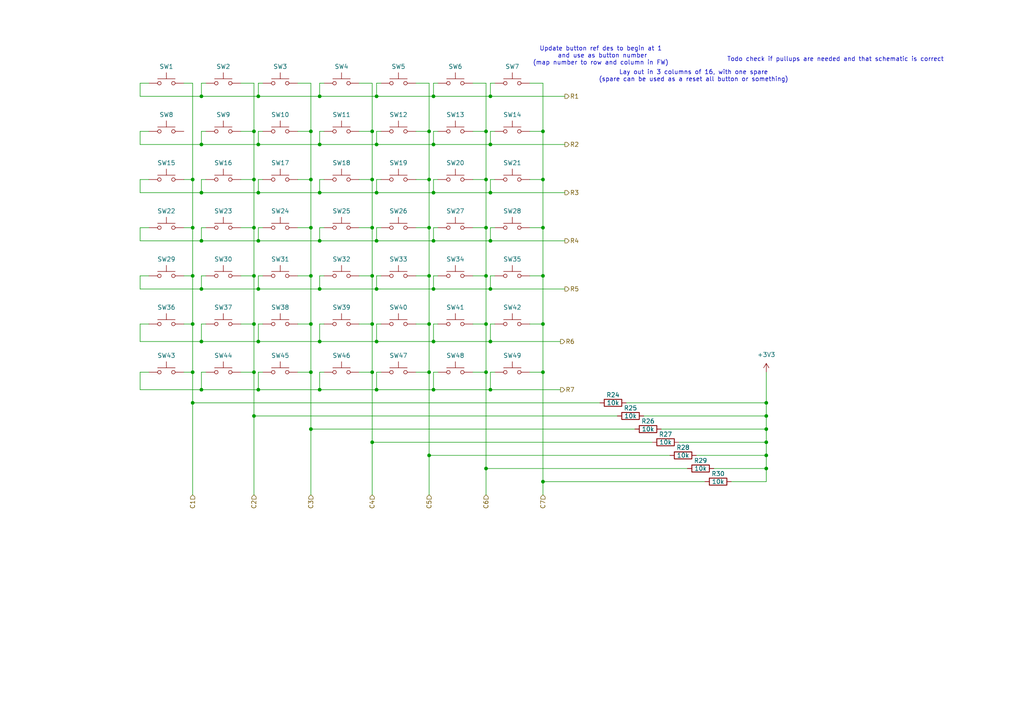
<source format=kicad_sch>
(kicad_sch (version 20231120) (generator "eeschema") (generator_version "8.0")
  (paper "A4")
  (lib_symbols
    (symbol "Device:R" (pin_numbers hide) (pin_names (offset 0))
      (property "Reference" "R" (at 2.032 0 90))
      (property "Value" "R" (at 0 0 90))
      (symbol "R_0_1"
        (rectangle (start -1.016 -2.54) (end 1.016 2.54) (stroke (width 0.254)))
      )
      (symbol "R_1_1"
        (pin passive line (at 0 3.81 270) (length 1.27) (name "~") (number "1"))
        (pin passive line (at 0 -3.81 90) (length 1.27) (name "~") (number "2"))
      )
    )
    (symbol "Switch:SW_Push" (pin_numbers hide) (pin_names (offset 1.016) hide)
      (property "Reference" "SW" (at 1.27 2.54 0))
      (property "Value" "SW_Push" (at 0 -1.524 0))
      (symbol "SW_Push_0_1"
        (circle (center -2.032 0) (radius 0.508))
        (polyline (pts (xy 0 1.27) (xy 0 3.048)))
        (polyline (pts (xy 2.54 1.27) (xy -2.54 1.27)))
        (circle (center 2.032 0) (radius 0.508))
        (pin passive line (at -5.08 0 0) (length 2.54) (name "1") (number "1"))
        (pin passive line (at 5.08 0 180) (length 2.54) (name "2") (number "2"))
      )
    )
    (symbol "power:+3V3" (power) (pin_numbers hide) (pin_names (offset 0) hide)
      (property "Value" "+3V3" (at 0 3.556 0))
      (symbol "+3V3_0_1"
        (polyline (pts (xy -0.762 1.27) (xy 0 2.54)))
        (polyline (pts (xy 0 0) (xy 0 2.54)))
        (polyline (pts (xy 0 2.54) (xy 0.762 1.27)))
      )
      (symbol "+3V3_1_1"
        (pin power_in line (at 0 0 90) (length 0) (name "~") (number "1"))
      )
    )
  )
  (junction (at 157.48 139.7))
  (junction (at 124.46 132.08))
  (junction (at 125.73 113.03))
  (junction (at 109.22 41.91))
  (junction (at 140.97 93.98))
  (junction (at 107.95 66.04))
  (junction (at 157.48 38.1))
  (junction (at 92.71 83.82))
  (junction (at 124.46 107.95))
  (junction (at 90.17 124.46))
  (junction (at 73.66 80.01))
  (junction (at 73.66 52.07))
  (junction (at 109.22 27.94))
  (junction (at 90.17 80.01))
  (junction (at 74.93 113.03))
  (junction (at 142.24 83.82))
  (junction (at 140.97 38.1))
  (junction (at 140.97 66.04))
  (junction (at 55.88 107.95))
  (junction (at 125.73 27.94))
  (junction (at 142.24 41.91))
  (junction (at 124.46 38.1))
  (junction (at 109.22 113.03))
  (junction (at 222.25 135.89))
  (junction (at 107.95 107.95))
  (junction (at 125.73 99.06))
  (junction (at 74.93 27.94))
  (junction (at 55.88 116.84))
  (junction (at 55.88 80.01))
  (junction (at 74.93 69.85))
  (junction (at 157.48 52.07))
  (junction (at 157.48 66.04))
  (junction (at 222.25 124.46))
  (junction (at 109.22 55.88))
  (junction (at 74.93 99.06))
  (junction (at 109.22 69.85))
  (junction (at 73.66 66.04))
  (junction (at 73.66 120.65))
  (junction (at 73.66 107.95))
  (junction (at 140.97 80.01))
  (junction (at 107.95 80.01))
  (junction (at 107.95 38.1))
  (junction (at 58.42 83.82))
  (junction (at 58.42 69.85))
  (junction (at 90.17 66.04))
  (junction (at 157.48 107.95))
  (junction (at 90.17 93.98))
  (junction (at 109.22 83.82))
  (junction (at 74.93 55.88))
  (junction (at 92.71 69.85))
  (junction (at 107.95 52.07))
  (junction (at 142.24 55.88))
  (junction (at 124.46 52.07))
  (junction (at 74.93 41.91))
  (junction (at 107.95 93.98))
  (junction (at 90.17 38.1))
  (junction (at 92.71 27.94))
  (junction (at 125.73 55.88))
  (junction (at 125.73 83.82))
  (junction (at 92.71 113.03))
  (junction (at 222.25 132.08))
  (junction (at 90.17 107.95))
  (junction (at 142.24 69.85))
  (junction (at 140.97 52.07))
  (junction (at 124.46 93.98))
  (junction (at 124.46 66.04))
  (junction (at 107.95 128.27))
  (junction (at 157.48 93.98))
  (junction (at 58.42 99.06))
  (junction (at 92.71 41.91))
  (junction (at 109.22 99.06))
  (junction (at 222.25 128.27))
  (junction (at 124.46 80.01))
  (junction (at 55.88 52.07))
  (junction (at 55.88 93.98))
  (junction (at 58.42 55.88))
  (junction (at 58.42 113.03))
  (junction (at 157.48 80.01))
  (junction (at 58.42 41.91))
  (junction (at 140.97 135.89))
  (junction (at 142.24 99.06))
  (junction (at 55.88 66.04))
  (junction (at 92.71 55.88))
  (junction (at 142.24 27.94))
  (junction (at 140.97 107.95))
  (junction (at 90.17 52.07))
  (junction (at 73.66 38.1))
  (junction (at 58.42 27.94))
  (junction (at 142.24 113.03))
  (junction (at 125.73 41.91))
  (junction (at 74.93 83.82))
  (junction (at 222.25 120.65))
  (junction (at 92.71 99.06))
  (junction (at 125.73 69.85))
  (junction (at 222.25 116.84))
  (junction (at 73.66 93.98))
  (wire (pts (xy 140.97 38.1) (xy 140.97 24.13)))
  (wire (pts (xy 92.71 113.03) (xy 74.93 113.03)))
  (wire (pts (xy 73.66 38.1) (xy 73.66 24.13)))
  (wire (pts (xy 92.71 24.13) (xy 92.71 27.94)))
  (wire (pts (xy 125.73 55.88) (xy 109.22 55.88)))
  (wire (pts (xy 59.69 93.98) (xy 58.42 93.98)))
  (wire (pts (xy 92.71 80.01) (xy 92.71 83.82)))
  (wire (pts (xy 92.71 83.82) (xy 74.93 83.82)))
  (wire (pts (xy 125.73 83.82) (xy 109.22 83.82)))
  (wire (pts (xy 142.24 27.94) (xy 125.73 27.94)))
  (wire (pts (xy 222.25 128.27) (xy 222.25 124.46)))
  (wire (pts (xy 92.71 66.04) (xy 92.71 69.85)))
  (wire (pts (xy 40.64 69.85) (xy 40.64 66.04)))
  (wire (pts (xy 76.2 24.13) (xy 74.93 24.13)))
  (wire (pts (xy 90.17 24.13) (xy 86.36 24.13)))
  (wire (pts (xy 137.16 93.98) (xy 140.97 93.98)))
  (wire (pts (xy 143.51 24.13) (xy 142.24 24.13)))
  (wire (pts (xy 125.73 69.85) (xy 109.22 69.85)))
  (wire (pts (xy 107.95 128.27) (xy 189.23 128.27)))
  (wire (pts (xy 140.97 107.95) (xy 140.97 135.89)))
  (wire (pts (xy 107.95 93.98) (xy 107.95 80.01)))
  (wire (pts (xy 162.56 113.03) (xy 142.24 113.03)))
  (wire (pts (xy 143.51 107.95) (xy 142.24 107.95)))
  (wire (pts (xy 125.73 27.94) (xy 109.22 27.94)))
  (wire (pts (xy 58.42 24.13) (xy 58.42 27.94)))
  (wire (pts (xy 163.83 41.91) (xy 142.24 41.91)))
  (wire (pts (xy 125.73 38.1) (xy 125.73 41.91)))
  (wire (pts (xy 109.22 80.01) (xy 109.22 83.82)))
  (wire (pts (xy 107.95 80.01) (xy 107.95 66.04)))
  (wire (pts (xy 93.98 107.95) (xy 92.71 107.95)))
  (wire (pts (xy 58.42 80.01) (xy 58.42 83.82)))
  (wire (pts (xy 74.93 80.01) (xy 74.93 83.82)))
  (wire (pts (xy 59.69 52.07) (xy 58.42 52.07)))
  (wire (pts (xy 124.46 93.98) (xy 124.46 107.95)))
  (wire (pts (xy 40.64 99.06) (xy 40.64 93.98)))
  (wire (pts (xy 93.98 80.01) (xy 92.71 80.01)))
  (wire (pts (xy 53.34 52.07) (xy 55.88 52.07)))
  (wire (pts (xy 142.24 93.98) (xy 142.24 99.06)))
  (wire (pts (xy 110.49 24.13) (xy 109.22 24.13)))
  (wire (pts (xy 127 38.1) (xy 125.73 38.1)))
  (wire (pts (xy 153.67 107.95) (xy 157.48 107.95)))
  (wire (pts (xy 40.64 52.07) (xy 43.18 52.07)))
  (wire (pts (xy 109.22 24.13) (xy 109.22 27.94)))
  (wire (pts (xy 162.56 99.06) (xy 142.24 99.06)))
  (wire (pts (xy 92.71 93.98) (xy 92.71 99.06)))
  (wire (pts (xy 76.2 93.98) (xy 74.93 93.98)))
  (wire (pts (xy 120.65 107.95) (xy 124.46 107.95)))
  (wire (pts (xy 222.25 132.08) (xy 222.25 128.27)))
  (wire (pts (xy 163.83 83.82) (xy 142.24 83.82)))
  (wire (pts (xy 127 66.04) (xy 125.73 66.04)))
  (wire (pts (xy 125.73 66.04) (xy 125.73 69.85)))
  (wire (pts (xy 109.22 27.94) (xy 92.71 27.94)))
  (wire (pts (xy 140.97 24.13) (xy 137.16 24.13)))
  (wire (pts (xy 40.64 107.95) (xy 43.18 107.95)))
  (wire (pts (xy 142.24 24.13) (xy 142.24 27.94)))
  (wire (pts (xy 109.22 41.91) (xy 92.71 41.91)))
  (wire (pts (xy 109.22 83.82) (xy 92.71 83.82)))
  (wire (pts (xy 104.14 38.1) (xy 107.95 38.1)))
  (wire (pts (xy 55.88 116.84) (xy 173.99 116.84)))
  (wire (pts (xy 55.88 80.01) (xy 55.88 66.04)))
  (wire (pts (xy 107.95 52.07) (xy 107.95 38.1)))
  (wire (pts (xy 137.16 38.1) (xy 140.97 38.1)))
  (wire (pts (xy 143.51 52.07) (xy 142.24 52.07)))
  (wire (pts (xy 153.67 66.04) (xy 157.48 66.04)))
  (wire (pts (xy 186.69 120.65) (xy 222.25 120.65)))
  (wire (pts (xy 163.83 69.85) (xy 142.24 69.85)))
  (wire (pts (xy 110.49 80.01) (xy 109.22 80.01)))
  (wire (pts (xy 140.97 93.98) (xy 140.97 80.01)))
  (wire (pts (xy 104.14 107.95) (xy 107.95 107.95)))
  (wire (pts (xy 74.93 107.95) (xy 74.93 113.03)))
  (wire (pts (xy 140.97 52.07) (xy 140.97 38.1)))
  (wire (pts (xy 69.85 80.01) (xy 73.66 80.01)))
  (wire (pts (xy 73.66 52.07) (xy 73.66 38.1)))
  (wire (pts (xy 58.42 38.1) (xy 58.42 41.91)))
  (wire (pts (xy 107.95 128.27) (xy 107.95 143.51)))
  (wire (pts (xy 53.34 93.98) (xy 55.88 93.98)))
  (wire (pts (xy 157.48 107.95) (xy 157.48 93.98)))
  (wire (pts (xy 153.67 52.07) (xy 157.48 52.07)))
  (wire (pts (xy 157.48 93.98) (xy 157.48 80.01)))
  (wire (pts (xy 73.66 107.95) (xy 73.66 120.65)))
  (wire (pts (xy 40.64 83.82) (xy 40.64 80.01)))
  (wire (pts (xy 58.42 55.88) (xy 40.64 55.88)))
  (wire (pts (xy 74.93 55.88) (xy 58.42 55.88)))
  (wire (pts (xy 107.95 107.95) (xy 107.95 93.98)))
  (wire (pts (xy 90.17 124.46) (xy 90.17 143.51)))
  (wire (pts (xy 124.46 107.95) (xy 124.46 132.08)))
  (wire (pts (xy 53.34 107.95) (xy 55.88 107.95)))
  (wire (pts (xy 90.17 107.95) (xy 90.17 124.46)))
  (wire (pts (xy 127 24.13) (xy 125.73 24.13)))
  (wire (pts (xy 125.73 93.98) (xy 125.73 99.06)))
  (wire (pts (xy 86.36 52.07) (xy 90.17 52.07)))
  (wire (pts (xy 109.22 107.95) (xy 109.22 113.03)))
  (wire (pts (xy 69.85 107.95) (xy 73.66 107.95)))
  (wire (pts (xy 157.48 139.7) (xy 204.47 139.7)))
  (wire (pts (xy 125.73 52.07) (xy 125.73 55.88)))
  (wire (pts (xy 127 93.98) (xy 125.73 93.98)))
  (wire (pts (xy 137.16 107.95) (xy 140.97 107.95)))
  (wire (pts (xy 90.17 124.46) (xy 184.15 124.46)))
  (wire (pts (xy 58.42 27.94) (xy 40.64 27.94)))
  (wire (pts (xy 163.83 55.88) (xy 142.24 55.88)))
  (wire (pts (xy 107.95 24.13) (xy 104.14 24.13)))
  (wire (pts (xy 92.71 107.95) (xy 92.71 113.03)))
  (wire (pts (xy 157.48 107.95) (xy 157.48 139.7)))
  (wire (pts (xy 59.69 80.01) (xy 58.42 80.01)))
  (wire (pts (xy 157.48 52.07) (xy 157.48 38.1)))
  (wire (pts (xy 109.22 52.07) (xy 109.22 55.88)))
  (wire (pts (xy 107.95 107.95) (xy 107.95 128.27)))
  (wire (pts (xy 142.24 66.04) (xy 142.24 69.85)))
  (wire (pts (xy 201.93 132.08) (xy 222.25 132.08)))
  (wire (pts (xy 40.64 38.1) (xy 43.18 38.1)))
  (wire (pts (xy 157.48 38.1) (xy 157.48 24.13)))
  (wire (pts (xy 90.17 38.1) (xy 90.17 24.13)))
  (wire (pts (xy 120.65 66.04) (xy 124.46 66.04)))
  (wire (pts (xy 69.85 66.04) (xy 73.66 66.04)))
  (wire (pts (xy 74.93 83.82) (xy 58.42 83.82)))
  (wire (pts (xy 222.25 120.65) (xy 222.25 116.84)))
  (wire (pts (xy 69.85 52.07) (xy 73.66 52.07)))
  (wire (pts (xy 53.34 66.04) (xy 55.88 66.04)))
  (wire (pts (xy 110.49 93.98) (xy 109.22 93.98)))
  (wire (pts (xy 90.17 80.01) (xy 90.17 66.04)))
  (wire (pts (xy 74.93 24.13) (xy 74.93 27.94)))
  (wire (pts (xy 40.64 93.98) (xy 43.18 93.98)))
  (wire (pts (xy 181.61 116.84) (xy 222.25 116.84)))
  (wire (pts (xy 163.83 27.94) (xy 142.24 27.94)))
  (wire (pts (xy 76.2 66.04) (xy 74.93 66.04)))
  (wire (pts (xy 40.64 80.01) (xy 43.18 80.01)))
  (wire (pts (xy 120.65 52.07) (xy 124.46 52.07)))
  (wire (pts (xy 93.98 93.98) (xy 92.71 93.98)))
  (wire (pts (xy 127 107.95) (xy 125.73 107.95)))
  (wire (pts (xy 76.2 80.01) (xy 74.93 80.01)))
  (wire (pts (xy 142.24 52.07) (xy 142.24 55.88)))
  (wire (pts (xy 53.34 80.01) (xy 55.88 80.01)))
  (wire (pts (xy 124.46 24.13) (xy 124.46 38.1)))
  (wire (pts (xy 76.2 38.1) (xy 74.93 38.1)))
  (wire (pts (xy 142.24 113.03) (xy 125.73 113.03)))
  (wire (pts (xy 93.98 66.04) (xy 92.71 66.04)))
  (wire (pts (xy 142.24 80.01) (xy 142.24 83.82)))
  (wire (pts (xy 127 52.07) (xy 125.73 52.07)))
  (wire (pts (xy 140.97 135.89) (xy 199.39 135.89)))
  (wire (pts (xy 125.73 99.06) (xy 109.22 99.06)))
  (wire (pts (xy 207.01 135.89) (xy 222.25 135.89)))
  (wire (pts (xy 55.88 66.04) (xy 55.88 52.07)))
  (wire (pts (xy 92.71 52.07) (xy 92.71 55.88)))
  (wire (pts (xy 137.16 66.04) (xy 140.97 66.04)))
  (wire (pts (xy 74.93 99.06) (xy 58.42 99.06)))
  (wire (pts (xy 86.36 38.1) (xy 90.17 38.1)))
  (wire (pts (xy 55.88 93.98) (xy 55.88 80.01)))
  (wire (pts (xy 73.66 93.98) (xy 73.66 80.01)))
  (wire (pts (xy 124.46 132.08) (xy 124.46 143.51)))
  (wire (pts (xy 93.98 38.1) (xy 92.71 38.1)))
  (wire (pts (xy 125.73 113.03) (xy 109.22 113.03)))
  (wire (pts (xy 55.88 116.84) (xy 55.88 143.51)))
  (wire (pts (xy 55.88 107.95) (xy 55.88 116.84)))
  (wire (pts (xy 110.49 107.95) (xy 109.22 107.95)))
  (wire (pts (xy 109.22 38.1) (xy 109.22 41.91)))
  (wire (pts (xy 142.24 99.06) (xy 125.73 99.06)))
  (wire (pts (xy 127 80.01) (xy 125.73 80.01)))
  (wire (pts (xy 104.14 80.01) (xy 107.95 80.01)))
  (wire (pts (xy 74.93 27.94) (xy 58.42 27.94)))
  (wire (pts (xy 73.66 80.01) (xy 73.66 66.04)))
  (wire (pts (xy 107.95 66.04) (xy 107.95 52.07)))
  (wire (pts (xy 90.17 66.04) (xy 90.17 52.07)))
  (wire (pts (xy 76.2 107.95) (xy 74.93 107.95)))
  (wire (pts (xy 86.36 80.01) (xy 90.17 80.01)))
  (wire (pts (xy 58.42 52.07) (xy 58.42 55.88)))
  (wire (pts (xy 143.51 66.04) (xy 142.24 66.04)))
  (wire (pts (xy 142.24 38.1) (xy 142.24 41.91)))
  (wire (pts (xy 142.24 69.85) (xy 125.73 69.85)))
  (wire (pts (xy 73.66 120.65) (xy 179.07 120.65)))
  (wire (pts (xy 92.71 41.91) (xy 74.93 41.91)))
  (wire (pts (xy 58.42 66.04) (xy 58.42 69.85)))
  (wire (pts (xy 90.17 52.07) (xy 90.17 38.1)))
  (wire (pts (xy 74.93 38.1) (xy 74.93 41.91)))
  (wire (pts (xy 90.17 93.98) (xy 90.17 80.01)))
  (wire (pts (xy 140.97 66.04) (xy 140.97 52.07)))
  (wire (pts (xy 191.77 124.46) (xy 222.25 124.46)))
  (wire (pts (xy 59.69 107.95) (xy 58.42 107.95)))
  (wire (pts (xy 109.22 113.03) (xy 92.71 113.03)))
  (wire (pts (xy 93.98 52.07) (xy 92.71 52.07)))
  (wire (pts (xy 93.98 24.13) (xy 92.71 24.13)))
  (wire (pts (xy 110.49 38.1) (xy 109.22 38.1)))
  (wire (pts (xy 212.09 139.7) (xy 222.25 139.7)))
  (wire (pts (xy 153.67 93.98) (xy 157.48 93.98)))
  (wire (pts (xy 125.73 80.01) (xy 125.73 83.82)))
  (wire (pts (xy 137.16 52.07) (xy 140.97 52.07)))
  (wire (pts (xy 58.42 69.85) (xy 40.64 69.85)))
  (wire (pts (xy 109.22 55.88) (xy 92.71 55.88)))
  (wire (pts (xy 222.25 135.89) (xy 222.25 132.08)))
  (wire (pts (xy 74.93 66.04) (xy 74.93 69.85)))
  (wire (pts (xy 58.42 113.03) (xy 40.64 113.03)))
  (wire (pts (xy 73.66 24.13) (xy 69.85 24.13)))
  (wire (pts (xy 120.65 24.13) (xy 124.46 24.13)))
  (wire (pts (xy 92.71 99.06) (xy 74.93 99.06)))
  (wire (pts (xy 73.66 107.95) (xy 73.66 93.98)))
  (wire (pts (xy 40.64 27.94) (xy 40.64 24.13)))
  (wire (pts (xy 153.67 24.13) (xy 157.48 24.13)))
  (wire (pts (xy 110.49 66.04) (xy 109.22 66.04)))
  (wire (pts (xy 109.22 99.06) (xy 92.71 99.06)))
  (wire (pts (xy 59.69 24.13) (xy 58.42 24.13)))
  (wire (pts (xy 86.36 107.95) (xy 90.17 107.95)))
  (wire (pts (xy 120.65 80.01) (xy 124.46 80.01)))
  (wire (pts (xy 107.95 38.1) (xy 107.95 24.13)))
  (wire (pts (xy 73.66 66.04) (xy 73.66 52.07)))
  (wire (pts (xy 124.46 80.01) (xy 124.46 93.98)))
  (wire (pts (xy 86.36 66.04) (xy 90.17 66.04)))
  (wire (pts (xy 40.64 66.04) (xy 43.18 66.04)))
  (wire (pts (xy 142.24 55.88) (xy 125.73 55.88)))
  (wire (pts (xy 142.24 107.95) (xy 142.24 113.03)))
  (wire (pts (xy 124.46 38.1) (xy 124.46 52.07)))
  (wire (pts (xy 110.49 52.07) (xy 109.22 52.07)))
  (wire (pts (xy 120.65 93.98) (xy 124.46 93.98)))
  (wire (pts (xy 222.25 139.7) (xy 222.25 135.89)))
  (wire (pts (xy 55.88 52.07) (xy 55.88 24.13)))
  (wire (pts (xy 69.85 38.1) (xy 73.66 38.1)))
  (wire (pts (xy 58.42 83.82) (xy 40.64 83.82)))
  (wire (pts (xy 196.85 128.27) (xy 222.25 128.27)))
  (wire (pts (xy 104.14 93.98) (xy 107.95 93.98)))
  (wire (pts (xy 137.16 80.01) (xy 140.97 80.01)))
  (wire (pts (xy 59.69 38.1) (xy 58.42 38.1)))
  (wire (pts (xy 143.51 93.98) (xy 142.24 93.98)))
  (wire (pts (xy 55.88 107.95) (xy 55.88 93.98)))
  (wire (pts (xy 58.42 41.91) (xy 40.64 41.91)))
  (wire (pts (xy 109.22 66.04) (xy 109.22 69.85)))
  (wire (pts (xy 40.64 113.03) (xy 40.64 107.95)))
  (wire (pts (xy 222.25 124.46) (xy 222.25 120.65)))
  (wire (pts (xy 125.73 41.91) (xy 109.22 41.91)))
  (wire (pts (xy 74.93 52.07) (xy 74.93 55.88)))
  (wire (pts (xy 58.42 93.98) (xy 58.42 99.06)))
  (wire (pts (xy 104.14 52.07) (xy 107.95 52.07)))
  (wire (pts (xy 124.46 66.04) (xy 124.46 80.01)))
  (wire (pts (xy 74.93 41.91) (xy 58.42 41.91)))
  (wire (pts (xy 76.2 52.07) (xy 74.93 52.07)))
  (wire (pts (xy 157.48 139.7) (xy 157.48 143.51)))
  (wire (pts (xy 92.71 38.1) (xy 92.71 41.91)))
  (wire (pts (xy 222.25 116.84) (xy 222.25 107.95)))
  (wire (pts (xy 58.42 99.06) (xy 40.64 99.06)))
  (wire (pts (xy 140.97 80.01) (xy 140.97 66.04)))
  (wire (pts (xy 90.17 107.95) (xy 90.17 93.98)))
  (wire (pts (xy 109.22 69.85) (xy 92.71 69.85)))
  (wire (pts (xy 40.64 55.88) (xy 40.64 52.07)))
  (wire (pts (xy 69.85 93.98) (xy 73.66 93.98)))
  (wire (pts (xy 59.69 66.04) (xy 58.42 66.04)))
  (wire (pts (xy 153.67 38.1) (xy 157.48 38.1)))
  (wire (pts (xy 157.48 66.04) (xy 157.48 52.07)))
  (wire (pts (xy 40.64 24.13) (xy 43.18 24.13)))
  (wire (pts (xy 109.22 93.98) (xy 109.22 99.06)))
  (wire (pts (xy 92.71 27.94) (xy 74.93 27.94)))
  (wire (pts (xy 124.46 52.07) (xy 124.46 66.04)))
  (wire (pts (xy 73.66 120.65) (xy 73.66 143.51)))
  (wire (pts (xy 40.64 41.91) (xy 40.64 38.1)))
  (wire (pts (xy 92.71 69.85) (xy 74.93 69.85)))
  (wire (pts (xy 140.97 135.89) (xy 140.97 143.51)))
  (wire (pts (xy 125.73 24.13) (xy 125.73 27.94)))
  (wire (pts (xy 58.42 107.95) (xy 58.42 113.03)))
  (wire (pts (xy 74.93 93.98) (xy 74.93 99.06)))
  (wire (pts (xy 157.48 80.01) (xy 157.48 66.04)))
  (wire (pts (xy 143.51 38.1) (xy 142.24 38.1)))
  (wire (pts (xy 92.71 55.88) (xy 74.93 55.88)))
  (wire (pts (xy 124.46 132.08) (xy 194.31 132.08)))
  (wire (pts (xy 153.67 80.01) (xy 157.48 80.01)))
  (wire (pts (xy 74.93 69.85) (xy 58.42 69.85)))
  (wire (pts (xy 125.73 107.95) (xy 125.73 113.03)))
  (wire (pts (xy 143.51 80.01) (xy 142.24 80.01)))
  (wire (pts (xy 104.14 66.04) (xy 107.95 66.04)))
  (wire (pts (xy 140.97 107.95) (xy 140.97 93.98)))
  (wire (pts (xy 142.24 41.91) (xy 125.73 41.91)))
  (wire (pts (xy 142.24 83.82) (xy 125.73 83.82)))
  (wire (pts (xy 55.88 24.13) (xy 53.34 24.13)))
  (wire (pts (xy 86.36 93.98) (xy 90.17 93.98)))
  (wire (pts (xy 120.65 38.1) (xy 124.46 38.1)))
  (wire (pts (xy 74.93 113.03) (xy 58.42 113.03)))
  (text "Update button ref des to begin at 1\n and use as button number\n(map number to row and column in FW)" (at 174.244 16.256 0) (effects (font (size 1.27 1.27))))
  (text "Lay out in 3 columns of 16, with one spare\n(spare can be used as a reset all button or something)" (at 201.168 22.098 0) (effects (font (size 1.27 1.27))))
  (text "Todo check if pullups are needed and that schematic is correct" (at 242.316 17.272 0) (effects (font (size 1.27 1.27))))
  (hierarchical_label "C5" (shape input) (at 124.46 143.51 270))
  (hierarchical_label "R4" (shape output) (at 163.83 69.85 0))
  (hierarchical_label "C7" (shape input) (at 157.48 143.51 270))
  (hierarchical_label "R2" (shape output) (at 163.83 41.91 0))
  (hierarchical_label "R7" (shape output) (at 162.56 113.03 0))
  (hierarchical_label "R1" (shape output) (at 163.83 27.94 0))
  (hierarchical_label "C1" (shape input) (at 55.88 143.51 270))
  (hierarchical_label "R6" (shape output) (at 162.56 99.06 0))
  (hierarchical_label "C2" (shape input) (at 73.66 143.51 270))
  (hierarchical_label "C3" (shape input) (at 90.17 143.51 270))
  (hierarchical_label "C4" (shape input) (at 107.95 143.51 270))
  (hierarchical_label "R5" (shape output) (at 163.83 83.82 0))
  (hierarchical_label "R3" (shape output) (at 163.83 55.88 0))
  (hierarchical_label "C6" (shape input) (at 140.97 143.51 270))
  (symbol (lib_id "Switch:SW_Push") (at 81.28 80.01 0) (unit 1)
    (property "Reference" "SW31" (at 81.28 75.184 0))
    (property "Value" "MATRIX" (effects (hide yes)))
    (property "Footprint" "Connector_JST:JST_PH_B2B-PH-SM4-TB_1x02-1MP_P2.00mm_Vertical" (effects (hide yes)))
    (property "Description" "Push button switch, generic, two pins" (effects (hide yes)))
    (property "LCSC Part #" " C160352 " (effects (hide yes)))
  )
  (symbol (lib_id "Device:R") (at 177.8 116.84 90) (unit 1)
    (property "Reference" "R24" (at 177.8 114.554 90))
    (property "Value" "10k" (at 177.8 116.84 90))
    (property "Footprint" "Resistor_SMD:R_0402_1005Metric" (effects (hide yes)))
    (property "Description" "Resistor" (effects (hide yes)))
    (property "LCSC Part #" "C25744 " (effects (hide yes)))
  )
  (symbol (lib_id "Switch:SW_Push") (at 81.28 52.07 0) (unit 1)
    (property "Reference" "SW17" (at 81.28 47.244 0))
    (property "Value" "MATRIX" (effects (hide yes)))
    (property "Footprint" "Connector_JST:JST_PH_B2B-PH-SM4-TB_1x02-1MP_P2.00mm_Vertical" (effects (hide yes)))
    (property "Description" "Push button switch, generic, two pins" (effects (hide yes)))
    (property "LCSC Part #" " C160352 " (effects (hide yes)))
  )
  (symbol (lib_id "Switch:SW_Push") (at 48.26 66.04 0) (unit 1)
    (property "Reference" "SW22" (at 48.26 61.214 0))
    (property "Value" "MATRIX" (effects (hide yes)))
    (property "Footprint" "Connector_JST:JST_PH_B2B-PH-SM4-TB_1x02-1MP_P2.00mm_Vertical" (effects (hide yes)))
    (property "Description" "Push button switch, generic, two pins" (effects (hide yes)))
    (property "LCSC Part #" " C160352 " (effects (hide yes)))
  )
  (symbol (lib_id "Switch:SW_Push") (at 99.06 38.1 0) (unit 1)
    (property "Reference" "SW11" (at 99.06 33.274 0))
    (property "Value" "MATRIX" (effects (hide yes)))
    (property "Footprint" "Connector_JST:JST_PH_B2B-PH-SM4-TB_1x02-1MP_P2.00mm_Vertical" (effects (hide yes)))
    (property "Description" "Push button switch, generic, two pins" (effects (hide yes)))
    (property "LCSC Part #" " C160352 " (effects (hide yes)))
  )
  (symbol (lib_id "Switch:SW_Push") (at 132.08 52.07 0) (unit 1)
    (property "Reference" "SW20" (at 132.08 47.244 0))
    (property "Value" "MATRIX" (effects (hide yes)))
    (property "Footprint" "Connector_JST:JST_PH_B2B-PH-SM4-TB_1x02-1MP_P2.00mm_Vertical" (effects (hide yes)))
    (property "Description" "Push button switch, generic, two pins" (effects (hide yes)))
    (property "LCSC Part #" " C160352 " (effects (hide yes)))
  )
  (symbol (lib_id "Switch:SW_Push") (at 64.77 66.04 0) (unit 1)
    (property "Reference" "SW23" (at 64.77 61.214 0))
    (property "Value" "MATRIX" (effects (hide yes)))
    (property "Footprint" "Connector_JST:JST_PH_B2B-PH-SM4-TB_1x02-1MP_P2.00mm_Vertical" (effects (hide yes)))
    (property "Description" "Push button switch, generic, two pins" (effects (hide yes)))
    (property "LCSC Part #" " C160352 " (effects (hide yes)))
  )
  (symbol (lib_id "Switch:SW_Push") (at 64.77 107.95 0) (unit 1)
    (property "Reference" "SW44" (at 64.77 103.124 0))
    (property "Value" "MATRIX" (effects (hide yes)))
    (property "Footprint" "Connector_JST:JST_PH_B2B-PH-SM4-TB_1x02-1MP_P2.00mm_Vertical" (effects (hide yes)))
    (property "Description" "Push button switch, generic, two pins" (effects (hide yes)))
    (property "LCSC Part #" " C160352 " (effects (hide yes)))
  )
  (symbol (lib_id "Switch:SW_Push") (at 64.77 52.07 0) (unit 1)
    (property "Reference" "SW16" (at 64.77 47.244 0))
    (property "Value" "MATRIX" (effects (hide yes)))
    (property "Footprint" "Connector_JST:JST_PH_B2B-PH-SM4-TB_1x02-1MP_P2.00mm_Vertical" (effects (hide yes)))
    (property "Description" "Push button switch, generic, two pins" (effects (hide yes)))
    (property "LCSC Part #" " C160352 " (effects (hide yes)))
  )
  (symbol (lib_id "Switch:SW_Push") (at 115.57 93.98 0) (unit 1)
    (property "Reference" "SW40" (at 115.57 89.154 0))
    (property "Value" "MATRIX" (effects (hide yes)))
    (property "Footprint" "Connector_JST:JST_PH_B2B-PH-SM4-TB_1x02-1MP_P2.00mm_Vertical" (effects (hide yes)))
    (property "Description" "Push button switch, generic, two pins" (effects (hide yes)))
    (property "LCSC Part #" " C160352 " (effects (hide yes)))
  )
  (symbol (lib_id "Device:R") (at 193.04 128.27 90) (unit 1)
    (property "Reference" "R27" (at 193.04 125.984 90))
    (property "Value" "10k" (at 193.04 128.27 90))
    (property "Footprint" "Resistor_SMD:R_0402_1005Metric" (effects (hide yes)))
    (property "Description" "Resistor" (effects (hide yes)))
    (property "LCSC Part #" "C25744 " (effects (hide yes)))
  )
  (symbol (lib_id "Switch:SW_Push") (at 81.28 24.13 0) (unit 1)
    (property "Reference" "SW3" (at 81.28 19.304 0))
    (property "Value" "MATRIX" (effects (hide yes)))
    (property "Footprint" "Connector_JST:JST_PH_B2B-PH-SM4-TB_1x02-1MP_P2.00mm_Vertical" (effects (hide yes)))
    (property "Description" "Push button switch, generic, two pins" (effects (hide yes)))
    (property "LCSC Part #" " C160352 " (effects (hide yes)))
  )
  (symbol (lib_id "Device:R") (at 208.28 139.7 90) (unit 1)
    (property "Reference" "R30" (at 208.28 137.414 90))
    (property "Value" "10k" (at 208.28 139.7 90))
    (property "Footprint" "Resistor_SMD:R_0402_1005Metric" (effects (hide yes)))
    (property "Description" "Resistor" (effects (hide yes)))
    (property "LCSC Part #" "C25744 " (effects (hide yes)))
  )
  (symbol (lib_id "Switch:SW_Push") (at 64.77 80.01 0) (unit 1)
    (property "Reference" "SW30" (at 64.77 75.184 0))
    (property "Value" "MATRIX" (effects (hide yes)))
    (property "Footprint" "Connector_JST:JST_PH_B2B-PH-SM4-TB_1x02-1MP_P2.00mm_Vertical" (effects (hide yes)))
    (property "Description" "Push button switch, generic, two pins" (effects (hide yes)))
    (property "LCSC Part #" " C160352 " (effects (hide yes)))
  )
  (symbol (lib_id "Switch:SW_Push") (at 99.06 93.98 0) (unit 1)
    (property "Reference" "SW39" (at 99.06 89.154 0))
    (property "Value" "MATRIX" (effects (hide yes)))
    (property "Footprint" "Connector_JST:JST_PH_B2B-PH-SM4-TB_1x02-1MP_P2.00mm_Vertical" (effects (hide yes)))
    (property "Description" "Push button switch, generic, two pins" (effects (hide yes)))
    (property "LCSC Part #" " C160352 " (effects (hide yes)))
  )
  (symbol (lib_id "Switch:SW_Push") (at 148.59 93.98 0) (unit 1)
    (property "Reference" "SW42" (at 148.59 89.154 0))
    (property "Value" "MATRIX" (effects (hide yes)))
    (property "Footprint" "Connector_JST:JST_PH_B2B-PH-SM4-TB_1x02-1MP_P2.00mm_Vertical" (effects (hide yes)))
    (property "Description" "Push button switch, generic, two pins" (effects (hide yes)))
    (property "LCSC Part #" " C160352 " (effects (hide yes)))
  )
  (symbol (lib_id "Switch:SW_Push") (at 48.26 24.13 0) (unit 1)
    (property "Reference" "SW1" (at 48.26 19.304 0))
    (property "Value" "MATRIX" (effects (hide yes)))
    (property "Footprint" "Connector_JST:JST_PH_B2B-PH-SM4-TB_1x02-1MP_P2.00mm_Vertical" (effects (hide yes)))
    (property "Description" "Push button switch, generic, two pins" (effects (hide yes)))
    (property "LCSC Part #" " C160352 " (effects (hide yes)))
  )
  (symbol (lib_id "Switch:SW_Push") (at 99.06 52.07 0) (unit 1)
    (property "Reference" "SW18" (at 99.06 47.244 0))
    (property "Value" "MATRIX" (effects (hide yes)))
    (property "Footprint" "Connector_JST:JST_PH_B2B-PH-SM4-TB_1x02-1MP_P2.00mm_Vertical" (effects (hide yes)))
    (property "Description" "Push button switch, generic, two pins" (effects (hide yes)))
    (property "LCSC Part #" " C160352 " (effects (hide yes)))
  )
  (symbol (lib_id "Switch:SW_Push") (at 48.26 93.98 0) (unit 1)
    (property "Reference" "SW36" (at 48.26 89.154 0))
    (property "Value" "MATRIX" (effects (hide yes)))
    (property "Footprint" "Connector_JST:JST_PH_B2B-PH-SM4-TB_1x02-1MP_P2.00mm_Vertical" (effects (hide yes)))
    (property "Description" "Push button switch, generic, two pins" (effects (hide yes)))
    (property "LCSC Part #" " C160352 " (effects (hide yes)))
  )
  (symbol (lib_id "Device:R") (at 203.2 135.89 90) (unit 1)
    (property "Reference" "R29" (at 203.2 133.604 90))
    (property "Value" "10k" (at 203.2 135.89 90))
    (property "Footprint" "Resistor_SMD:R_0402_1005Metric" (effects (hide yes)))
    (property "Description" "Resistor" (effects (hide yes)))
    (property "LCSC Part #" "C25744 " (effects (hide yes)))
  )
  (symbol (lib_id "Switch:SW_Push") (at 99.06 107.95 0) (unit 1)
    (property "Reference" "SW46" (at 99.06 103.124 0))
    (property "Value" "MATRIX" (effects (hide yes)))
    (property "Footprint" "Connector_JST:JST_PH_B2B-PH-SM4-TB_1x02-1MP_P2.00mm_Vertical" (effects (hide yes)))
    (property "Description" "Push button switch, generic, two pins" (effects (hide yes)))
    (property "LCSC Part #" " C160352 " (effects (hide yes)))
  )
  (symbol (lib_id "Switch:SW_Push") (at 148.59 38.1 0) (unit 1)
    (property "Reference" "SW14" (at 148.59 33.274 0))
    (property "Value" "MATRIX" (effects (hide yes)))
    (property "Footprint" "Connector_JST:JST_PH_B2B-PH-SM4-TB_1x02-1MP_P2.00mm_Vertical" (effects (hide yes)))
    (property "Description" "Push button switch, generic, two pins" (effects (hide yes)))
    (property "LCSC Part #" " C160352 " (effects (hide yes)))
  )
  (symbol (lib_id "power:+3V3") (at 222.25 107.95 0) (unit 1)
    (property "Reference" "#PWR52" (effects (hide yes)))
    (property "Value" "+3V3" (at 222.25 102.87 0))
    (property "Description" "Power symbol creates a global label with name \"+3V3\"" (effects (hide yes)))
  )
  (symbol (lib_id "Device:R") (at 182.88 120.65 90) (unit 1)
    (property "Reference" "R25" (at 182.88 118.364 90))
    (property "Value" "10k" (at 182.88 120.65 90))
    (property "Footprint" "Resistor_SMD:R_0402_1005Metric" (effects (hide yes)))
    (property "Description" "Resistor" (effects (hide yes)))
    (property "LCSC Part #" "C25744 " (effects (hide yes)))
  )
  (symbol (lib_id "Switch:SW_Push") (at 115.57 52.07 0) (unit 1)
    (property "Reference" "SW19" (at 115.57 47.244 0))
    (property "Value" "MATRIX" (effects (hide yes)))
    (property "Footprint" "Connector_JST:JST_PH_B2B-PH-SM4-TB_1x02-1MP_P2.00mm_Vertical" (effects (hide yes)))
    (property "Description" "Push button switch, generic, two pins" (effects (hide yes)))
    (property "LCSC Part #" " C160352 " (effects (hide yes)))
  )
  (symbol (lib_id "Switch:SW_Push") (at 115.57 24.13 0) (unit 1)
    (property "Reference" "SW5" (at 115.57 19.304 0))
    (property "Value" "MATRIX" (effects (hide yes)))
    (property "Footprint" "Connector_JST:JST_PH_B2B-PH-SM4-TB_1x02-1MP_P2.00mm_Vertical" (effects (hide yes)))
    (property "Description" "Push button switch, generic, two pins" (effects (hide yes)))
    (property "LCSC Part #" " C160352 " (effects (hide yes)))
  )
  (symbol (lib_id "Switch:SW_Push") (at 48.26 80.01 0) (unit 1)
    (property "Reference" "SW29" (at 48.26 75.184 0))
    (property "Value" "MATRIX" (effects (hide yes)))
    (property "Footprint" "Connector_JST:JST_PH_B2B-PH-SM4-TB_1x02-1MP_P2.00mm_Vertical" (effects (hide yes)))
    (property "Description" "Push button switch, generic, two pins" (effects (hide yes)))
    (property "LCSC Part #" " C160352 " (effects (hide yes)))
  )
  (symbol (lib_id "Switch:SW_Push") (at 99.06 66.04 0) (unit 1)
    (property "Reference" "SW25" (at 99.06 61.214 0))
    (property "Value" "MATRIX" (effects (hide yes)))
    (property "Footprint" "Connector_JST:JST_PH_B2B-PH-SM4-TB_1x02-1MP_P2.00mm_Vertical" (effects (hide yes)))
    (property "Description" "Push button switch, generic, two pins" (effects (hide yes)))
    (property "LCSC Part #" " C160352 " (effects (hide yes)))
  )
  (symbol (lib_id "Switch:SW_Push") (at 115.57 80.01 0) (unit 1)
    (property "Reference" "SW33" (at 115.57 75.184 0))
    (property "Value" "MATRIX" (effects (hide yes)))
    (property "Footprint" "Connector_JST:JST_PH_B2B-PH-SM4-TB_1x02-1MP_P2.00mm_Vertical" (effects (hide yes)))
    (property "Description" "Push button switch, generic, two pins" (effects (hide yes)))
    (property "LCSC Part #" " C160352 " (effects (hide yes)))
  )
  (symbol (lib_id "Switch:SW_Push") (at 132.08 38.1 0) (unit 1)
    (property "Reference" "SW13" (at 132.08 33.274 0))
    (property "Value" "MATRIX" (effects (hide yes)))
    (property "Footprint" "Connector_JST:JST_PH_B2B-PH-SM4-TB_1x02-1MP_P2.00mm_Vertical" (effects (hide yes)))
    (property "Description" "Push button switch, generic, two pins" (effects (hide yes)))
    (property "LCSC Part #" " C160352 " (effects (hide yes)))
  )
  (symbol (lib_id "Switch:SW_Push") (at 115.57 38.1 0) (unit 1)
    (property "Reference" "SW12" (at 115.57 33.274 0))
    (property "Value" "MATRIX" (effects (hide yes)))
    (property "Footprint" "Connector_JST:JST_PH_B2B-PH-SM4-TB_1x02-1MP_P2.00mm_Vertical" (effects (hide yes)))
    (property "Description" "Push button switch, generic, two pins" (effects (hide yes)))
    (property "LCSC Part #" " C160352 " (effects (hide yes)))
  )
  (symbol (lib_id "Switch:SW_Push") (at 99.06 80.01 0) (unit 1)
    (property "Reference" "SW32" (at 99.06 75.184 0))
    (property "Value" "MATRIX" (effects (hide yes)))
    (property "Footprint" "Connector_JST:JST_PH_B2B-PH-SM4-TB_1x02-1MP_P2.00mm_Vertical" (effects (hide yes)))
    (property "Description" "Push button switch, generic, two pins" (effects (hide yes)))
    (property "LCSC Part #" " C160352 " (effects (hide yes)))
  )
  (symbol (lib_id "Switch:SW_Push") (at 132.08 24.13 0) (unit 1)
    (property "Reference" "SW6" (at 132.08 19.304 0))
    (property "Value" "MATRIX" (effects (hide yes)))
    (property "Footprint" "Connector_JST:JST_PH_B2B-PH-SM4-TB_1x02-1MP_P2.00mm_Vertical" (effects (hide yes)))
    (property "Description" "Push button switch, generic, two pins" (effects (hide yes)))
    (property "LCSC Part #" " C160352 " (effects (hide yes)))
  )
  (symbol (lib_id "Switch:SW_Push") (at 64.77 93.98 0) (unit 1)
    (property "Reference" "SW37" (at 64.77 89.154 0))
    (property "Value" "MATRIX" (effects (hide yes)))
    (property "Footprint" "Connector_JST:JST_PH_B2B-PH-SM4-TB_1x02-1MP_P2.00mm_Vertical" (effects (hide yes)))
    (property "Description" "Push button switch, generic, two pins" (effects (hide yes)))
    (property "LCSC Part #" " C160352 " (effects (hide yes)))
  )
  (symbol (lib_id "Switch:SW_Push") (at 148.59 52.07 0) (unit 1)
    (property "Reference" "SW21" (at 148.59 47.244 0))
    (property "Value" "MATRIX" (effects (hide yes)))
    (property "Footprint" "Connector_JST:JST_PH_B2B-PH-SM4-TB_1x02-1MP_P2.00mm_Vertical" (effects (hide yes)))
    (property "Description" "Push button switch, generic, two pins" (effects (hide yes)))
    (property "LCSC Part #" " C160352 " (effects (hide yes)))
  )
  (symbol (lib_id "Switch:SW_Push") (at 148.59 24.13 0) (unit 1)
    (property "Reference" "SW7" (at 148.59 19.304 0))
    (property "Value" "MATRIX" (effects (hide yes)))
    (property "Footprint" "Connector_JST:JST_PH_B2B-PH-SM4-TB_1x02-1MP_P2.00mm_Vertical" (effects (hide yes)))
    (property "Description" "Push button switch, generic, two pins" (effects (hide yes)))
    (property "LCSC Part #" " C160352 " (effects (hide yes)))
  )
  (symbol (lib_id "Switch:SW_Push") (at 64.77 24.13 0) (unit 1)
    (property "Reference" "SW2" (at 64.77 19.304 0))
    (property "Value" "MATRIX" (effects (hide yes)))
    (property "Footprint" "Connector_JST:JST_PH_B2B-PH-SM4-TB_1x02-1MP_P2.00mm_Vertical" (effects (hide yes)))
    (property "Description" "Push button switch, generic, two pins" (effects (hide yes)))
    (property "LCSC Part #" " C160352 " (effects (hide yes)))
  )
  (symbol (lib_id "Switch:SW_Push") (at 64.77 38.1 0) (unit 1)
    (property "Reference" "SW9" (at 64.77 33.274 0))
    (property "Value" "MATRIX" (effects (hide yes)))
    (property "Footprint" "Connector_JST:JST_PH_B2B-PH-SM4-TB_1x02-1MP_P2.00mm_Vertical" (effects (hide yes)))
    (property "Description" "Push button switch, generic, two pins" (effects (hide yes)))
    (property "LCSC Part #" " C160352 " (effects (hide yes)))
  )
  (symbol (lib_id "Device:R") (at 187.96 124.46 90) (unit 1)
    (property "Reference" "R26" (at 187.96 122.174 90))
    (property "Value" "10k" (at 187.96 124.46 90))
    (property "Footprint" "Resistor_SMD:R_0402_1005Metric" (effects (hide yes)))
    (property "Description" "Resistor" (effects (hide yes)))
    (property "LCSC Part #" "C25744 " (effects (hide yes)))
  )
  (symbol (lib_id "Switch:SW_Push") (at 132.08 66.04 0) (unit 1)
    (property "Reference" "SW27" (at 132.08 61.214 0))
    (property "Value" "MATRIX" (effects (hide yes)))
    (property "Footprint" "Connector_JST:JST_PH_B2B-PH-SM4-TB_1x02-1MP_P2.00mm_Vertical" (effects (hide yes)))
    (property "Description" "Push button switch, generic, two pins" (effects (hide yes)))
    (property "LCSC Part #" " C160352 " (effects (hide yes)))
  )
  (symbol (lib_id "Switch:SW_Push") (at 99.06 24.13 0) (unit 1)
    (property "Reference" "SW4" (at 99.06 19.304 0))
    (property "Value" "MATRIX" (effects (hide yes)))
    (property "Footprint" "Connector_JST:JST_PH_B2B-PH-SM4-TB_1x02-1MP_P2.00mm_Vertical" (effects (hide yes)))
    (property "Description" "Push button switch, generic, two pins" (effects (hide yes)))
    (property "LCSC Part #" " C160352 " (effects (hide yes)))
  )
  (symbol (lib_id "Switch:SW_Push") (at 48.26 52.07 0) (unit 1)
    (property "Reference" "SW15" (at 48.26 47.244 0))
    (property "Value" "MATRIX" (effects (hide yes)))
    (property "Footprint" "Connector_JST:JST_PH_B2B-PH-SM4-TB_1x02-1MP_P2.00mm_Vertical" (effects (hide yes)))
    (property "Description" "Push button switch, generic, two pins" (effects (hide yes)))
    (property "LCSC Part #" " C160352 " (effects (hide yes)))
  )
  (symbol (lib_id "Switch:SW_Push") (at 48.26 38.1 0) (unit 1)
    (property "Reference" "SW8" (at 48.26 33.274 0))
    (property "Value" "MATRIX" (effects (hide yes)))
    (property "Footprint" "Connector_JST:JST_PH_B2B-PH-SM4-TB_1x02-1MP_P2.00mm_Vertical" (effects (hide yes)))
    (property "Description" "Push button switch, generic, two pins" (effects (hide yes)))
    (property "LCSC Part #" " C160352 " (effects (hide yes)))
  )
  (symbol (lib_id "Switch:SW_Push") (at 81.28 38.1 0) (unit 1)
    (property "Reference" "SW10" (at 81.28 33.274 0))
    (property "Value" "MATRIX" (effects (hide yes)))
    (property "Footprint" "Connector_JST:JST_PH_B2B-PH-SM4-TB_1x02-1MP_P2.00mm_Vertical" (effects (hide yes)))
    (property "Description" "Push button switch, generic, two pins" (effects (hide yes)))
    (property "LCSC Part #" " C160352 " (effects (hide yes)))
  )
  (symbol (lib_id "Switch:SW_Push") (at 132.08 80.01 0) (unit 1)
    (property "Reference" "SW34" (at 132.08 75.184 0))
    (property "Value" "MATRIX" (effects (hide yes)))
    (property "Footprint" "Connector_JST:JST_PH_B2B-PH-SM4-TB_1x02-1MP_P2.00mm_Vertical" (effects (hide yes)))
    (property "Description" "Push button switch, generic, two pins" (effects (hide yes)))
    (property "LCSC Part #" " C160352 " (effects (hide yes)))
  )
  (symbol (lib_id "Switch:SW_Push") (at 81.28 107.95 0) (unit 1)
    (property "Reference" "SW45" (at 81.28 103.124 0))
    (property "Value" "MATRIX" (effects (hide yes)))
    (property "Footprint" "Connector_JST:JST_PH_B2B-PH-SM4-TB_1x02-1MP_P2.00mm_Vertical" (effects (hide yes)))
    (property "Description" "Push button switch, generic, two pins" (effects (hide yes)))
    (property "LCSC Part #" " C160352 " (effects (hide yes)))
  )
  (symbol (lib_id "Switch:SW_Push") (at 132.08 93.98 0) (unit 1)
    (property "Reference" "SW41" (at 132.08 89.154 0))
    (property "Value" "MATRIX" (effects (hide yes)))
    (property "Footprint" "Connector_JST:JST_PH_B2B-PH-SM4-TB_1x02-1MP_P2.00mm_Vertical" (effects (hide yes)))
    (property "Description" "Push button switch, generic, two pins" (effects (hide yes)))
    (property "LCSC Part #" " C160352 " (effects (hide yes)))
  )
  (symbol (lib_id "Switch:SW_Push") (at 81.28 66.04 0) (unit 1)
    (property "Reference" "SW24" (at 81.28 61.214 0))
    (property "Value" "MATRIX" (effects (hide yes)))
    (property "Footprint" "Connector_JST:JST_PH_B2B-PH-SM4-TB_1x02-1MP_P2.00mm_Vertical" (effects (hide yes)))
    (property "Description" "Push button switch, generic, two pins" (effects (hide yes)))
    (property "LCSC Part #" " C160352 " (effects (hide yes)))
  )
  (symbol (lib_id "Switch:SW_Push") (at 115.57 107.95 0) (unit 1)
    (property "Reference" "SW47" (at 115.57 103.124 0))
    (property "Value" "MATRIX" (effects (hide yes)))
    (property "Footprint" "Connector_JST:JST_PH_B2B-PH-SM4-TB_1x02-1MP_P2.00mm_Vertical" (effects (hide yes)))
    (property "Description" "Push button switch, generic, two pins" (effects (hide yes)))
    (property "LCSC Part #" " C160352 " (effects (hide yes)))
  )
  (symbol (lib_id "Switch:SW_Push") (at 48.26 107.95 0) (unit 1)
    (property "Reference" "SW43" (at 48.26 103.124 0))
    (property "Value" "MATRIX" (effects (hide yes)))
    (property "Footprint" "Connector_JST:JST_PH_B2B-PH-SM4-TB_1x02-1MP_P2.00mm_Vertical" (effects (hide yes)))
    (property "Description" "Push button switch, generic, two pins" (effects (hide yes)))
    (property "LCSC Part #" " C160352 " (effects (hide yes)))
  )
  (symbol (lib_id "Switch:SW_Push") (at 148.59 66.04 0) (unit 1)
    (property "Reference" "SW28" (at 148.59 61.214 0))
    (property "Value" "MATRIX" (effects (hide yes)))
    (property "Footprint" "Connector_JST:JST_PH_B2B-PH-SM4-TB_1x02-1MP_P2.00mm_Vertical" (effects (hide yes)))
    (property "Description" "Push button switch, generic, two pins" (effects (hide yes)))
    (property "LCSC Part #" " C160352 " (effects (hide yes)))
  )
  (symbol (lib_id "Switch:SW_Push") (at 81.28 93.98 0) (unit 1)
    (property "Reference" "SW38" (at 81.28 89.154 0))
    (property "Value" "MATRIX" (effects (hide yes)))
    (property "Footprint" "Connector_JST:JST_PH_B2B-PH-SM4-TB_1x02-1MP_P2.00mm_Vertical" (effects (hide yes)))
    (property "Description" "Push button switch, generic, two pins" (effects (hide yes)))
    (property "LCSC Part #" " C160352 " (effects (hide yes)))
  )
  (symbol (lib_id "Switch:SW_Push") (at 148.59 80.01 0) (unit 1)
    (property "Reference" "SW35" (at 148.59 75.184 0))
    (property "Value" "MATRIX" (effects (hide yes)))
    (property "Footprint" "Connector_JST:JST_PH_B2B-PH-SM4-TB_1x02-1MP_P2.00mm_Vertical" (effects (hide yes)))
    (property "Description" "Push button switch, generic, two pins" (effects (hide yes)))
    (property "LCSC Part #" " C160352 " (effects (hide yes)))
  )
  (symbol (lib_id "Switch:SW_Push") (at 132.08 107.95 0) (unit 1)
    (property "Reference" "SW48" (at 132.08 103.124 0))
    (property "Value" "MATRIX" (effects (hide yes)))
    (property "Footprint" "Connector_JST:JST_PH_B2B-PH-SM4-TB_1x02-1MP_P2.00mm_Vertical" (effects (hide yes)))
    (property "Description" "Push button switch, generic, two pins" (effects (hide yes)))
    (property "LCSC Part #" " C160352 " (effects (hide yes)))
  )
  (symbol (lib_id "Switch:SW_Push") (at 148.59 107.95 0) (unit 1)
    (property "Reference" "SW49" (at 148.59 103.124 0))
    (property "Value" "MATRIX" (effects (hide yes)))
    (property "Footprint" "Connector_JST:JST_PH_B2B-PH-SM4-TB_1x02-1MP_P2.00mm_Vertical" (effects (hide yes)))
    (property "Description" "Push button switch, generic, two pins" (effects (hide yes)))
    (property "LCSC Part #" " C160352 " (effects (hide yes)))
  )
  (symbol (lib_id "Device:R") (at 198.12 132.08 90) (unit 1)
    (property "Reference" "R28" (at 198.12 129.794 90))
    (property "Value" "10k" (at 198.12 132.08 90))
    (property "Footprint" "Resistor_SMD:R_0402_1005Metric" (effects (hide yes)))
    (property "Description" "Resistor" (effects (hide yes)))
    (property "LCSC Part #" "C25744 " (effects (hide yes)))
  )
  (symbol (lib_id "Switch:SW_Push") (at 115.57 66.04 0) (unit 1)
    (property "Reference" "SW26" (at 115.57 61.214 0))
    (property "Value" "MATRIX" (effects (hide yes)))
    (property "Footprint" "Connector_JST:JST_PH_B2B-PH-SM4-TB_1x02-1MP_P2.00mm_Vertical" (effects (hide yes)))
    (property "Description" "Push button switch, generic, two pins" (effects (hide yes)))
    (property "LCSC Part #" " C160352 " (effects (hide yes)))
  )
)
</source>
